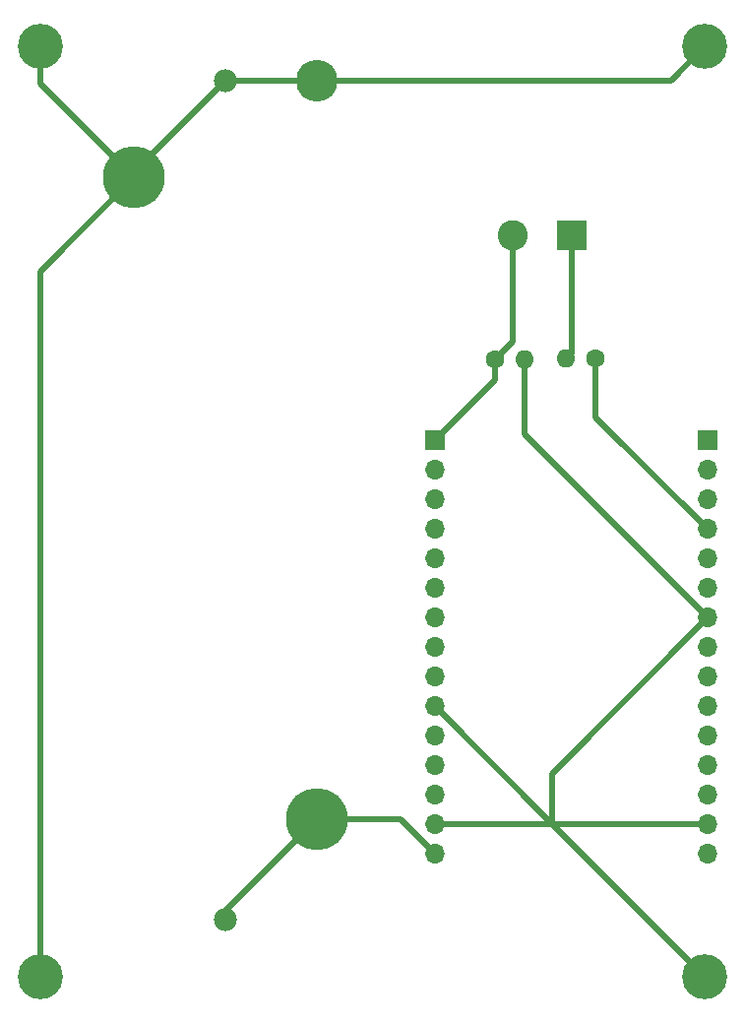
<source format=gbr>
%TF.GenerationSoftware,KiCad,Pcbnew,(6.0.0)*%
%TF.CreationDate,2022-04-22T11:48:44-07:00*%
%TF.ProjectId,Garden-Soil-MoistureSensor-Minimal,47617264-656e-42d5-936f-696c2d4d6f69,rev?*%
%TF.SameCoordinates,Original*%
%TF.FileFunction,Copper,L1,Top*%
%TF.FilePolarity,Positive*%
%FSLAX46Y46*%
G04 Gerber Fmt 4.6, Leading zero omitted, Abs format (unit mm)*
G04 Created by KiCad (PCBNEW (6.0.0)) date 2022-04-22 11:48:44*
%MOMM*%
%LPD*%
G01*
G04 APERTURE LIST*
%TA.AperFunction,ComponentPad*%
%ADD10R,1.700000X1.700000*%
%TD*%
%TA.AperFunction,ComponentPad*%
%ADD11O,1.700000X1.700000*%
%TD*%
%TA.AperFunction,ComponentPad*%
%ADD12C,1.600000*%
%TD*%
%TA.AperFunction,ComponentPad*%
%ADD13O,1.600000X1.600000*%
%TD*%
%TA.AperFunction,ComponentPad*%
%ADD14R,2.600000X2.600000*%
%TD*%
%TA.AperFunction,ComponentPad*%
%ADD15C,2.600000*%
%TD*%
%TA.AperFunction,ComponentPad*%
%ADD16C,1.980000*%
%TD*%
%TA.AperFunction,ComponentPad*%
%ADD17C,5.325000*%
%TD*%
%TA.AperFunction,ComponentPad*%
%ADD18C,3.585000*%
%TD*%
%TA.AperFunction,ViaPad*%
%ADD19C,3.873600*%
%TD*%
%TA.AperFunction,Conductor*%
%ADD20C,0.508000*%
%TD*%
G04 APERTURE END LIST*
D10*
%TO.P,J2,1,Pin_1*%
%TO.N,DO*%
X174909169Y-87843538D03*
D11*
%TO.P,J2,2,Pin_2*%
%TO.N,D1*%
X174909169Y-90383538D03*
%TO.P,J2,3,Pin_3*%
%TO.N,D2*%
X174909169Y-92923538D03*
%TO.P,J2,4,Pin_4*%
%TO.N,D3*%
X174909169Y-95463538D03*
%TO.P,J2,5,Pin_5*%
%TO.N,D4*%
X174909169Y-98003538D03*
%TO.P,J2,6,Pin_6*%
%TO.N,3V#1*%
X174909169Y-100543538D03*
%TO.P,J2,7,Pin_7*%
%TO.N,GND*%
X174909169Y-103083538D03*
%TO.P,J2,8,Pin_8*%
%TO.N,D5*%
X174909169Y-105623538D03*
%TO.P,J2,9,Pin_9*%
%TO.N,D6*%
X174909169Y-108163538D03*
%TO.P,J2,10,Pin_10*%
%TO.N,D7*%
X174909169Y-110703538D03*
%TO.P,J2,11,Pin_11*%
%TO.N,D8*%
X174909169Y-113243538D03*
%TO.P,J2,12,Pin_12*%
%TO.N,RX*%
X174909169Y-115783538D03*
%TO.P,J2,13,Pin_13*%
%TO.N,TX*%
X174909169Y-118323538D03*
%TO.P,J2,14,Pin_14*%
%TO.N,GND*%
X174909169Y-120863538D03*
%TO.P,J2,15,Pin_15*%
%TO.N,3V#2*%
X174909169Y-123403538D03*
%TD*%
D12*
%TO.P,R2,1*%
%TO.N,D3*%
X165273403Y-80822193D03*
D13*
%TO.P,R2,2*%
%TO.N,Net-(R2-Pad2)*%
X162733403Y-80822193D03*
%TD*%
D12*
%TO.P,R1,1*%
%TO.N,A0*%
X156610887Y-80886404D03*
D13*
%TO.P,R1,2*%
%TO.N,GND*%
X159150887Y-80886404D03*
%TD*%
D14*
%TO.P,J3,1,Pin_1*%
%TO.N,Net-(R2-Pad2)*%
X163229139Y-70164314D03*
D15*
%TO.P,J3,2,Pin_2*%
%TO.N,A0*%
X158149139Y-70164314D03*
%TD*%
D10*
%TO.P,J1,1,Pin_1*%
%TO.N,A0*%
X151414169Y-87843538D03*
D11*
%TO.P,J1,2,Pin_2*%
%TO.N,RSV1*%
X151414169Y-90383538D03*
%TO.P,J1,3,Pin_3*%
%TO.N,RSV2*%
X151414169Y-92923538D03*
%TO.P,J1,4,Pin_4*%
%TO.N,SD3*%
X151414169Y-95463538D03*
%TO.P,J1,5,Pin_5*%
%TO.N,SD2*%
X151414169Y-98003538D03*
%TO.P,J1,6,Pin_6*%
%TO.N,SD1*%
X151414169Y-100543538D03*
%TO.P,J1,7,Pin_7*%
%TO.N,CMD*%
X151414169Y-103083538D03*
%TO.P,J1,8,Pin_8*%
%TO.N,SDO*%
X151414169Y-105623538D03*
%TO.P,J1,9,Pin_9*%
%TO.N,CLK*%
X151414169Y-108163538D03*
%TO.P,J1,10,Pin_10*%
%TO.N,GND*%
X151414169Y-110703538D03*
%TO.P,J1,11,Pin_11*%
%TO.N,3V#3*%
X151414169Y-113243538D03*
%TO.P,J1,12,Pin_12*%
%TO.N,EN*%
X151414169Y-115783538D03*
%TO.P,J1,13,Pin_13*%
%TO.N,DO*%
X151414169Y-118323538D03*
%TO.P,J1,14,Pin_14*%
%TO.N,GND*%
X151414169Y-120863538D03*
%TO.P,J1,15,Pin_15*%
%TO.N,VIN*%
X151414169Y-123403538D03*
%TD*%
D16*
%TO.P,U1,1,+*%
%TO.N,VIN*%
X133410944Y-129084219D03*
%TO.P,U1,2,-*%
%TO.N,GND*%
X133410944Y-56884219D03*
D17*
%TO.P,U1,MH1,MH1*%
%TO.N,VIN*%
X141280944Y-120444219D03*
D18*
%TO.P,U1,MH2,MH2*%
%TO.N,GND*%
X141280944Y-56884219D03*
D17*
%TO.P,U1,MH3,MH3*%
X125540944Y-65244219D03*
%TD*%
D19*
%TO.N,GND*%
X174625000Y-133985000D03*
X174625000Y-53975000D03*
X117475000Y-53975000D03*
X117475000Y-133985000D03*
%TD*%
D20*
%TO.N,GND*%
X159150887Y-87325256D02*
X174909169Y-103083538D01*
X159150887Y-80886404D02*
X159150887Y-87325256D01*
%TO.N,D3*%
X165273403Y-85827772D02*
X174909169Y-95463538D01*
X165273403Y-80822193D02*
X165273403Y-85827772D01*
%TO.N,Net-(R2-Pad2)*%
X163229139Y-80326457D02*
X162733403Y-80822193D01*
X163229139Y-70164314D02*
X163229139Y-80326457D01*
%TO.N,GND*%
X117475000Y-73310163D02*
X117475000Y-133985000D01*
X125540944Y-65244219D02*
X117475000Y-73310163D01*
X161503538Y-116489169D02*
X161503538Y-120792907D01*
X174909169Y-103083538D02*
X161503538Y-116489169D01*
X161503538Y-120863538D02*
X161503538Y-120792907D01*
X161503538Y-120792907D02*
X151414169Y-110703538D01*
%TO.N,A0*%
X156610887Y-82646820D02*
X151414169Y-87843538D01*
X156610887Y-80886404D02*
X156610887Y-82646820D01*
X158149139Y-70164314D02*
X158149139Y-79348152D01*
X158149139Y-79348152D02*
X156610887Y-80886404D01*
%TO.N,GND*%
X174909169Y-120863538D02*
X161503538Y-120863538D01*
X161503538Y-120863538D02*
X174625000Y-133985000D01*
X151414169Y-120863538D02*
X161503538Y-120863538D01*
%TO.N,VIN*%
X148454850Y-120444219D02*
X151414169Y-123403538D01*
X141280944Y-120444219D02*
X148454850Y-120444219D01*
X133410944Y-128314219D02*
X133410944Y-129084219D01*
X141280944Y-120444219D02*
X133410944Y-128314219D01*
%TO.N,GND*%
X171715781Y-56884219D02*
X141280944Y-56884219D01*
X174625000Y-53975000D02*
X171715781Y-56884219D01*
X141280944Y-56884219D02*
X133410944Y-56884219D01*
X125540944Y-64754219D02*
X125540944Y-65244219D01*
X133410944Y-56884219D02*
X125540944Y-64754219D01*
X117475000Y-53975000D02*
X117475000Y-57178275D01*
X117475000Y-57178275D02*
X125540944Y-65244219D01*
%TD*%
M02*

</source>
